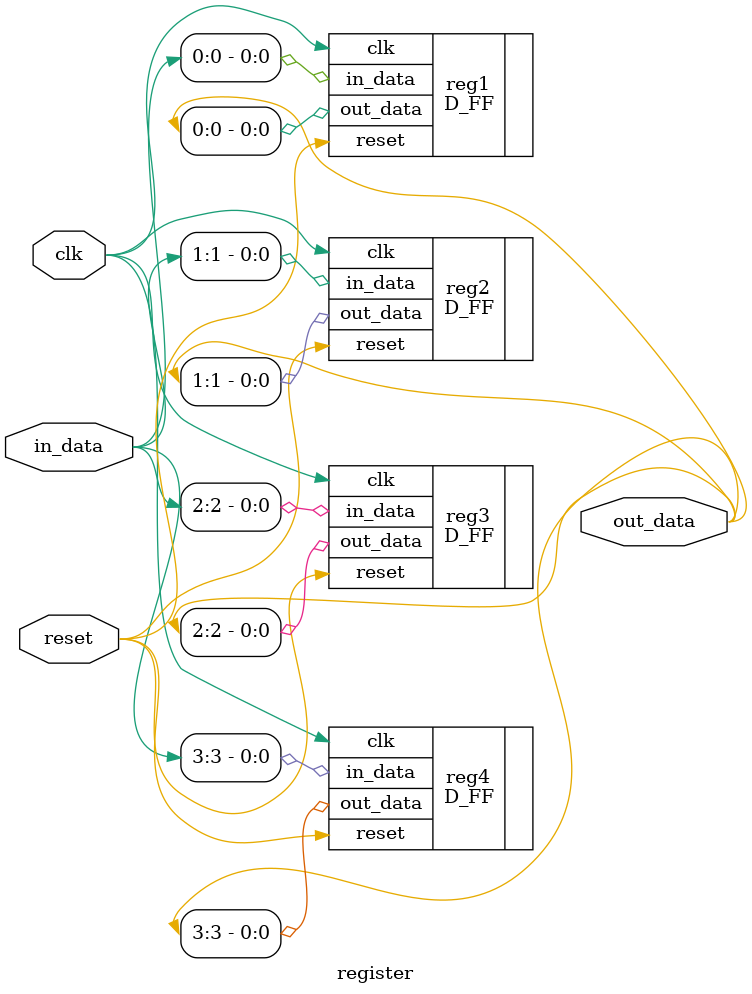
<source format=v>
module register(clk,in_data,out_data,reset);
	input clk;
	input reset;
	input[3:0] in_data;
	output[3:0] out_data;
	D_FF reg1(.clk(clk),.reset(reset),.in_data(in_data[0]),.out_data(out_data[0]));
	D_FF reg2(.clk(clk),.reset(reset),.in_data(in_data[1]),.out_data(out_data[1]));
	D_FF reg3(.clk(clk),.reset(reset),.in_data(in_data[2]),.out_data(out_data[2]));
	D_FF reg4(.clk(clk),.reset(reset),.in_data(in_data[3]),.out_data(out_data[3]));
endmodule
</source>
